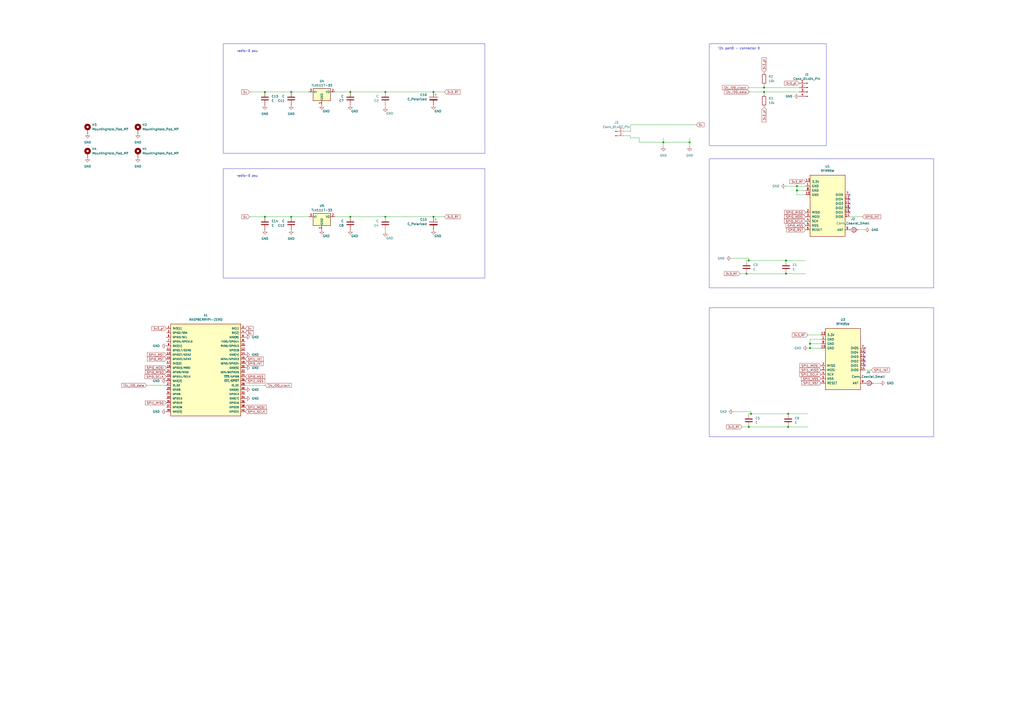
<source format=kicad_sch>
(kicad_sch (version 20250114) (generator "eeschema") (generator_version "9.0")
  (paper "A2")
  (lib_symbols
    (symbol "Connector:Conn_01x02_Pin" (pin_names (offset 1.016) (hide yes))
      (property "Reference" "J" (at 0 2.54 0))
      (property "Value" "Conn_01x02_Pin" (at 0 -5.08 0))
      (symbol "Conn_01x02_Pin_1_1"
        (rectangle (start 0.8636 0.127) (end 0 -0.127) (stroke (width 0.1524)) (fill (type outline)))
        (rectangle (start 0.8636 -2.413) (end 0 -2.667) (stroke (width 0.1524)) (fill (type outline)))
        (polyline (pts (xy 1.27 0) (xy 0.8636 0)) (stroke (width 0.1524)))
        (polyline (pts (xy 1.27 -2.54) (xy 0.8636 -2.54)) (stroke (width 0.1524)))
        (pin passive line (at 5.08 0 180) (length 3.81) (name "Pin_1") (number "1"))
        (pin passive line (at 5.08 -2.54 180) (length 3.81) (name "Pin_2") (number "2"))
      )
    )
    (symbol "Connector:Conn_01x04_Pin" (pin_names (offset 1.016) (hide yes))
      (property "Reference" "J" (at 0 5.08 0))
      (property "Value" "Conn_01x04_Pin" (at 0 -7.62 0))
      (symbol "Conn_01x04_Pin_1_1"
        (rectangle (start 0.8636 2.667) (end 0 2.413) (stroke (width 0.1524)) (fill (type outline)))
        (rectangle (start 0.8636 0.127) (end 0 -0.127) (stroke (width 0.1524)) (fill (type outline)))
        (rectangle (start 0.8636 -2.413) (end 0 -2.667) (stroke (width 0.1524)) (fill (type outline)))
        (rectangle (start 0.8636 -4.953) (end 0 -5.207) (stroke (width 0.1524)) (fill (type outline)))
        (polyline (pts (xy 1.27 2.54) (xy 0.8636 2.54)) (stroke (width 0.1524)))
        (polyline (pts (xy 1.27 0) (xy 0.8636 0)) (stroke (width 0.1524)))
        (polyline (pts (xy 1.27 -2.54) (xy 0.8636 -2.54)) (stroke (width 0.1524)))
        (polyline (pts (xy 1.27 -5.08) (xy 0.8636 -5.08)) (stroke (width 0.1524)))
        (pin passive line (at 5.08 2.54 180) (length 3.81) (name "Pin_1") (number "1"))
        (pin passive line (at 5.08 0 180) (length 3.81) (name "Pin_2") (number "2"))
        (pin passive line (at 5.08 -2.54 180) (length 3.81) (name "Pin_3") (number "3"))
        (pin passive line (at 5.08 -5.08 180) (length 3.81) (name "Pin_4") (number "4"))
      )
    )
    (symbol "Connector:Conn_Coaxial_Small" (pin_numbers (hide yes)) (pin_names (offset 1.016) (hide yes))
      (property "Reference" "J" (at 0.254 3.048 0))
      (property "Value" "Conn_Coaxial_Small" (at 0 -3.81 0))
      (symbol "Conn_Coaxial_Small_0_1"
        (polyline (pts (xy -2.54 0) (xy -0.508 0)))
        (circle (center 0 0) (radius 0.508) (stroke (width 0.2032)))
      )
      (symbol "Conn_Coaxial_Small_1_1"
        (arc (start 1.3484 0.0039) (mid 0.327 -1.308) (end -1.1916 -0.6311) (stroke (width 0.3048)))
        (arc (start -1.1916 0.6311) (mid 0.327 1.3081) (end 1.3484 -0.0039) (stroke (width 0.3048)))
        (pin passive line (at -2.54 0 0) (length 1.27) (name "In") (number "1"))
        (pin passive line (at 2.54 0 180) (length 1.27) (name "Ext") (number "2"))
      )
    )
    (symbol "Device:C" (pin_numbers (hide yes)) (pin_names (offset 0.254))
      (property "Reference" "C" (at 0.635 2.54 0))
      (property "Value" "C" (at 0.635 -2.54 0))
      (symbol "C_0_1"
        (polyline (pts (xy -2.032 0.762) (xy 2.032 0.762)) (stroke (width 0.508)))
        (polyline (pts (xy -2.032 -0.762) (xy 2.032 -0.762)) (stroke (width 0.508)))
      )
      (symbol "C_1_1"
        (pin passive line (at 0 3.81 270) (length 2.794) (name "~") (number "1"))
        (pin passive line (at 0 -3.81 90) (length 2.794) (name "~") (number "2"))
      )
    )
    (symbol "Device:C_Polarized" (pin_numbers (hide yes)) (pin_names (offset 0.254))
      (property "Reference" "C" (at 0.635 2.54 0))
      (property "Value" "C_Polarized" (at 0.635 -2.54 0))
      (symbol "C_Polarized_0_1"
        (rectangle (start -2.286 0.508) (end 2.286 1.016))
        (polyline (pts (xy -1.778 2.286) (xy -0.762 2.286)))
        (polyline (pts (xy -1.27 2.794) (xy -1.27 1.778)))
        (rectangle (start 2.286 -0.508) (end -2.286 -1.016) (fill (type outline)))
      )
      (symbol "C_Polarized_1_1"
        (pin passive line (at 0 3.81 270) (length 2.794) (name "~") (number "1"))
        (pin passive line (at 0 -3.81 90) (length 2.794) (name "~") (number "2"))
      )
    )
    (symbol "Device:R" (pin_numbers (hide yes)) (pin_names (offset 0))
      (property "Reference" "R" (at 2.032 0 90))
      (property "Value" "R" (at 0 0 90))
      (symbol "R_0_1"
        (rectangle (start -1.016 -2.54) (end 1.016 2.54) (stroke (width 0.254)))
      )
      (symbol "R_1_1"
        (pin passive line (at 0 3.81 270) (length 1.27) (name "~") (number "1"))
        (pin passive line (at 0 -3.81 90) (length 1.27) (name "~") (number "2"))
      )
    )
    (symbol "Mechanical:MountingHole_Pad_MP" (pin_numbers (hide yes)) (pin_names (offset 1.016) (hide yes)) (in_bom no)
      (property "Reference" "H" (at 0 6.35 0))
      (property "Value" "MountingHole_Pad_MP" (at 0 4.445 0))
      (symbol "MountingHole_Pad_MP_0_1"
        (circle (center 0 1.27) (radius 1.27) (stroke (width 1.27)))
      )
      (symbol "MountingHole_Pad_MP_1_1"
        (pin input line (at 0 -2.54 90) (length 2.54) (name "MP") (number "MP"))
      )
    )
    (symbol "RASPBERRYPI-ZERO:RASPBERRYPI-ZERO" (pin_names (offset 1.016))
      (property "Reference" "A" (at -20.34 26.6962 0))
      (property "Value" "RASPBERRYPI-ZERO" (at -20.3391 -30.5087 0))
      (symbol "RASPBERRYPI-ZERO_0_0"
        (rectangle (start -20.32 -27.94) (end 20.32 25.4) (stroke (width 0.254)) (fill (type background)))
        (pin power_in line (at -22.86 22.86 0) (length 2.54) (name "3V3[1]") (number "1"))
        (pin bidirectional line (at -22.86 20.32 0) (length 2.54) (name "GPIO2/SDA") (number "3"))
        (pin bidirectional line (at -22.86 17.78 0) (length 2.54) (name "GPIO3/SCL") (number "5"))
        (pin bidirectional line (at -22.86 15.24 0) (length 2.54) (name "GPIO4/GPCKL0") (number "7"))
        (pin power_in line (at -22.86 12.7 0) (length 2.54) (name "GND[1]") (number "9"))
        (pin bidirectional line (at -22.86 10.16 0) (length 2.54) (name "GPIO17/GEN0") (number "11"))
        (pin bidirectional line (at -22.86 7.62 0) (length 2.54) (name "GPIO27/GEN2") (number "13"))
        (pin bidirectional line (at -22.86 5.08 0) (length 2.54) (name "GPIO22/GEN3") (number "15"))
        (pin power_in line (at -22.86 2.54 0) (length 2.54) (name "3V3[2]") (number "17"))
        (pin bidirectional line (at -22.86 0 0) (length 2.54) (name "GPIO10/MOSI") (number "19"))
        (pin bidirectional line (at -22.86 -2.54 0) (length 2.54) (name "GPIO9/MISO") (number "21"))
        (pin bidirectional line (at -22.86 -5.08 0) (length 2.54) (name "GPIO11/SCLK") (number "23"))
        (pin power_in line (at -22.86 -7.62 0) (length 2.54) (name "GND[2]") (number "25"))
        (pin bidirectional line (at -22.86 -10.16 0) (length 2.54) (name "ID_SD") (number "27"))
        (pin bidirectional line (at -22.86 -12.7 0) (length 2.54) (name "GPIO5") (number "29"))
        (pin bidirectional line (at -22.86 -15.24 0) (length 2.54) (name "GPIO6") (number "31"))
        (pin bidirectional line (at -22.86 -17.78 0) (length 2.54) (name "GPIO13") (number "33"))
        (pin bidirectional line (at -22.86 -20.32 0) (length 2.54) (name "GPIO19") (number "35"))
        (pin bidirectional line (at -22.86 -22.86 0) (length 2.54) (name "GPIO26") (number "37"))
        (pin power_in line (at -22.86 -25.4 0) (length 2.54) (name "GND[3]") (number "39"))
        (pin power_in line (at 22.86 22.86 180) (length 2.54) (name "5V[1]") (number "2"))
        (pin power_in line (at 22.86 20.32 180) (length 2.54) (name "5V[2]") (number "4"))
        (pin power_in line (at 22.86 17.78 180) (length 2.54) (name "GND[8]") (number "6"))
        (pin bidirectional line (at 22.86 15.24 180) (length 2.54) (name "TXD0/GPIO14") (number "8"))
        (pin bidirectional line (at 22.86 12.7 180) (length 2.54) (name "RXD0/GPIO15") (number "10"))
        (pin bidirectional line (at 22.86 10.16 180) (length 2.54) (name "GPIO18") (number "12"))
        (pin power_in line (at 22.86 7.62 180) (length 2.54) (name "GND[4]") (number "14"))
        (pin bidirectional line (at 22.86 5.08 180) (length 2.54) (name "GEN4/GPIO23") (number "16"))
        (pin bidirectional line (at 22.86 2.54 180) (length 2.54) (name "GEN5/GPIO24") (number "18"))
        (pin power_in line (at 22.86 0 180) (length 2.54) (name "GND[5]") (number "20"))
        (pin bidirectional line (at 22.86 -2.54 180) (length 2.54) (name "GEN/6GPIO25") (number "22"))
        (pin bidirectional line (at 22.86 -5.08 180) (length 2.54) (name "~{CE0}/GPIO8") (number "24"))
        (pin bidirectional line (at 22.86 -7.62 180) (length 2.54) (name "~{CE1}/~{GPIO7}") (number "26"))
        (pin bidirectional line (at 22.86 -10.16 180) (length 2.54) (name "ID_SC") (number "28"))
        (pin power_in line (at 22.86 -12.7 180) (length 2.54) (name "GND[6]") (number "30"))
        (pin bidirectional line (at 22.86 -15.24 180) (length 2.54) (name "GPIO12") (number "32"))
        (pin power_in line (at 22.86 -17.78 180) (length 2.54) (name "GND[7]") (number "34"))
        (pin bidirectional line (at 22.86 -20.32 180) (length 2.54) (name "GPIO16") (number "36"))
        (pin bidirectional line (at 22.86 -22.86 180) (length 2.54) (name "GPIO20") (number "38"))
        (pin bidirectional line (at 22.86 -25.4 180) (length 2.54) (name "GPIO21") (number "40"))
      )
    )
    (symbol "Regulator_Linear:TLV1117-33" (pin_names (offset 0.254))
      (property "Reference" "U" (at -3.81 3.175 0))
      (property "Value" "TLV1117-33" (at 0 3.175 0))
      (symbol "TLV1117-33_0_1"
        (rectangle (start -5.08 -5.08) (end 5.08 1.905) (stroke (width 0.254)) (fill (type background)))
      )
      (symbol "TLV1117-33_1_1"
        (pin power_in line (at -7.62 0 0) (length 2.54) (name "VI") (number "3"))
        (pin power_in line (at 0 -7.62 90) (length 2.54) (name "GND") (number "1"))
        (pin power_out line (at 7.62 0 180) (length 2.54) (name "VO") (number "2"))
      )
    )
    (symbol "my_rfm95w_symbol:RFM95W" (pin_names (offset 1.016))
      (property "Reference" "U" (at -10.414 11.684 0))
      (property "Value" "RFM95W" (at -6.858 25.146 0))
      (symbol "RFM95W_1_1"
        (rectangle (start -10.16 22.86) (end 10.16 -12.7) (stroke (width 0.254)) (fill (type background)))
        (pin power_in line (at -12.7 19.05 0) (length 2.54) (name "3.3V") (number "13"))
        (pin power_in line (at -12.7 16.51 0) (length 2.54) (name "GND") (number "1"))
        (pin power_in line (at -12.7 13.97 0) (length 2.54) (name "GND") (number "8"))
        (pin power_in line (at -12.7 11.43 0) (length 2.54) (name "GND") (number "10"))
        (pin output line (at -12.7 1.27 0) (length 2.54) (name "MISO") (number "2"))
        (pin input line (at -12.7 -1.27 0) (length 2.54) (name "MOSI") (number "3"))
        (pin input line (at -12.7 -3.81 0) (length 2.54) (name "SCK") (number "4"))
        (pin input line (at -12.7 -6.35 0) (length 2.54) (name "NSS") (number "5"))
        (pin bidirectional line (at -12.7 -8.89 0) (length 2.54) (name "RESET") (number "6"))
        (pin bidirectional line (at 12.7 11.43 180) (length 2.54) (name "DIO5") (number "7"))
        (pin bidirectional line (at 12.7 8.89 180) (length 2.54) (name "DIO4") (number "12"))
        (pin bidirectional line (at 12.7 6.35 180) (length 2.54) (name "DIO3") (number "11"))
        (pin bidirectional line (at 12.7 3.81 180) (length 2.54) (name "DIO2") (number "16"))
        (pin bidirectional line (at 12.7 1.27 180) (length 2.54) (name "DIO1") (number "15"))
        (pin bidirectional line (at 12.7 -1.27 180) (length 2.54) (name "DIO0") (number "14"))
        (pin bidirectional line (at 12.7 -8.89 180) (length 2.54) (name "ANT") (number "9"))
      )
    )
    (symbol "power:GND" (power) (pin_numbers (hide yes)) (pin_names (offset 0) (hide yes))
      (property "Value" "GND" (at 0 -3.81 0))
      (symbol "GND_0_1"
        (polyline (pts (xy 0 0) (xy 0 -1.27) (xy 1.27 -1.27) (xy 0 -2.54) (xy -1.27 -1.27) (xy 0 -1.27)))
      )
      (symbol "GND_1_1"
        (pin power_in line (at 0 0 270) (length 0) (name "~") (number "1"))
      )
    )
  )
  (rectangle (start 411.48 92.075) (end 541.655 167.005))
  (rectangle (start 129.54 25.4) (end 281.305 88.9))
  (rectangle (start 411.48 25.4) (end 479.425 84.455))
  (rectangle (start 129.54 97.79) (end 281.305 161.29))
  (rectangle (start 411.48 178.435) (end 541.655 253.365))
  (text "radio-0 psu" (at 143.51 102.108 0) (effects (font (size 1.27 1.27))))
  (text "radio-0 psu" (at 143.51 29.718 0) (effects (font (size 1.27 1.27))))
  (text "i2c port0 - connector 0" (at 428.752 28.194 0) (effects (font (size 1.27 1.27))))
  (junction (at 251.46 125.73))
  (junction (at 153.67 125.73))
  (junction (at 153.67 53.34))
  (junction (at 400.05 82.55))
  (junction (at 223.52 125.73))
  (junction (at 462.28 110.49))
  (junction (at 469.9 201.93))
  (junction (at 455.93 151.13))
  (junction (at 443.23 53.34))
  (junction (at 434.34 247.65))
  (junction (at 435.61 240.03))
  (junction (at 168.91 53.34))
  (junction (at 469.9 199.39))
  (junction (at 251.46 53.34))
  (junction (at 203.2 53.34))
  (junction (at 457.2 247.65))
  (junction (at 203.2 125.73))
  (junction (at 384.81 82.55))
  (junction (at 168.91 125.73))
  (junction (at 434.34 151.13))
  (junction (at 433.07 158.75))
  (junction (at 223.52 53.34))
  (junction (at 462.28 107.95))
  (junction (at 443.23 50.8))
  (junction (at 457.2 240.03))
  (junction (at 455.93 158.75))
  (no_connect (at 501.65 204.47))
  (no_connect (at 492.76 113.03))
  (no_connect (at 492.76 118.11))
  (no_connect (at 501.65 207.01))
  (no_connect (at 501.65 209.55))
  (no_connect (at 492.76 123.19))
  (no_connect (at 492.76 115.57))
  (no_connect (at 501.65 201.93))
  (no_connect (at 492.76 120.65))
  (no_connect (at 501.65 212.09))
  (wire (pts (xy 203.2 53.34) (xy 223.52 53.34)))
  (wire (pts (xy 469.9 196.85) (xy 469.9 199.39)))
  (wire (pts (xy 223.52 125.73) (xy 251.46 125.73)))
  (wire (pts (xy 251.46 125.73) (xy 257.81 125.73)))
  (wire (pts (xy 400.05 82.55) (xy 400.05 85.09)))
  (wire (pts (xy 424.18 149.86) (xy 434.34 149.86)))
  (wire (pts (xy 455.93 151.13) (xy 467.36 151.13)))
  (wire (pts (xy 462.28 110.49) (xy 467.36 110.49)))
  (wire (pts (xy 400.05 82.55) (xy 400.05 80.01)))
  (wire (pts (xy 457.2 247.65) (xy 468.63 247.65)))
  (wire (pts (xy 434.34 50.8) (xy 443.23 50.8)))
  (wire (pts (xy 462.28 107.95) (xy 462.28 110.49)))
  (wire (pts (xy 168.91 53.34) (xy 179.07 53.34)))
  (wire (pts (xy 384.81 82.55) (xy 400.05 82.55)))
  (wire (pts (xy 194.31 125.73) (xy 203.2 125.73)))
  (wire (pts (xy 455.93 158.75) (xy 467.36 158.75)))
  (wire (pts (xy 435.61 238.76) (xy 435.61 240.03)))
  (wire (pts (xy 144.78 125.73) (xy 153.67 125.73)))
  (wire (pts (xy 443.23 50.8) (xy 443.23 49.53)))
  (wire (pts (xy 365.76 76.2) (xy 361.95 76.2)))
  (wire (pts (xy 194.31 53.34) (xy 203.2 53.34)))
  (wire (pts (xy 510.54 222.25) (xy 506.73 222.25)))
  (wire (pts (xy 433.07 151.13) (xy 434.34 151.13)))
  (wire (pts (xy 469.9 199.39) (xy 469.9 201.93)))
  (wire (pts (xy 251.46 53.34) (xy 257.81 53.34)))
  (wire (pts (xy 153.67 53.34) (xy 168.91 53.34)))
  (wire (pts (xy 500.38 125.73) (xy 492.76 125.73)))
  (wire (pts (xy 365.76 80.01) (xy 370.84 80.01)))
  (wire (pts (xy 85.09 223.52) (xy 96.52 223.52)))
  (wire (pts (xy 476.25 199.39) (xy 469.9 199.39)))
  (wire (pts (xy 223.52 53.34) (xy 251.46 53.34)))
  (wire (pts (xy 223.52 134.62) (xy 223.52 133.35)))
  (wire (pts (xy 462.28 113.03) (xy 462.28 110.49)))
  (wire (pts (xy 434.34 53.34) (xy 443.23 53.34)))
  (wire (pts (xy 142.24 223.52) (xy 153.67 223.52)))
  (wire (pts (xy 365.76 78.74) (xy 361.95 78.74)))
  (wire (pts (xy 468.63 201.93) (xy 469.9 201.93)))
  (wire (pts (xy 476.25 196.85) (xy 469.9 196.85)))
  (wire (pts (xy 443.23 53.34) (xy 443.23 54.61)))
  (wire (pts (xy 455.93 107.95) (xy 462.28 107.95)))
  (wire (pts (xy 434.34 149.86) (xy 434.34 151.13)))
  (wire (pts (xy 457.2 240.03) (xy 468.63 240.03)))
  (wire (pts (xy 425.45 238.76) (xy 435.61 238.76)))
  (wire (pts (xy 469.9 201.93) (xy 476.25 201.93)))
  (wire (pts (xy 370.84 80.01) (xy 370.84 82.55)))
  (wire (pts (xy 501.65 133.35) (xy 497.84 133.35)))
  (wire (pts (xy 505.46 214.63) (xy 501.65 214.63)))
  (wire (pts (xy 223.52 62.23) (xy 223.52 60.96)))
  (wire (pts (xy 435.61 240.03) (xy 457.2 240.03)))
  (wire (pts (xy 433.07 158.75) (xy 455.93 158.75)))
  (wire (pts (xy 467.36 113.03) (xy 462.28 113.03)))
  (wire (pts (xy 443.23 50.8) (xy 463.55 50.8)))
  (wire (pts (xy 365.76 72.39) (xy 403.86 72.39)))
  (wire (pts (xy 370.84 82.55) (xy 384.81 82.55)))
  (wire (pts (xy 384.81 80.01) (xy 384.81 82.55)))
  (wire (pts (xy 365.76 80.01) (xy 365.76 78.74)))
  (wire (pts (xy 434.34 247.65) (xy 457.2 247.65)))
  (wire (pts (xy 144.78 53.34) (xy 153.67 53.34)))
  (wire (pts (xy 467.36 107.95) (xy 462.28 107.95)))
  (wire (pts (xy 168.91 125.73) (xy 179.07 125.73)))
  (wire (pts (xy 468.63 194.31) (xy 476.25 194.31)))
  (wire (pts (xy 365.76 72.39) (xy 365.76 76.2)))
  (wire (pts (xy 153.67 125.73) (xy 168.91 125.73)))
  (wire (pts (xy 434.34 151.13) (xy 455.93 151.13)))
  (wire (pts (xy 434.34 240.03) (xy 435.61 240.03)))
  (wire (pts (xy 443.23 53.34) (xy 463.55 53.34)))
  (wire (pts (xy 429.26 158.75) (xy 433.07 158.75)))
  (wire (pts (xy 384.81 82.55) (xy 384.81 85.09)))
  (wire (pts (xy 430.53 247.65) (xy 434.34 247.65)))
  (wire (pts (xy 203.2 125.73) (xy 223.52 125.73)))
  (global_label "SPI1_RST" (shape input) (at 476.25 222.25 180) (property "Intersheetrefs" "${INTERSHEET_REFS}" (effects (hide yes))))
  (global_label "3v3_RF" (shape input) (at 257.81 53.34 0) (property "Intersheetrefs" "${INTERSHEET_REFS}" (effects (hide yes))))
  (global_label "SPI0_INT" (shape input) (at 500.38 125.73 0) (property "Intersheetrefs" "${INTERSHEET_REFS}" (effects (hide yes))))
  (global_label "SPI0_MISO" (shape input) (at 467.36 123.19 180) (property "Intersheetrefs" "${INTERSHEET_REFS}" (effects (hide yes))))
  (global_label "SPI1_INT" (shape input) (at 142.24 208.28 0) (property "Intersheetrefs" "${INTERSHEET_REFS}" (effects (hide yes))))
  (global_label "SPI0_MOSI" (shape input) (at 467.36 125.73 180) (property "Intersheetrefs" "${INTERSHEET_REFS}" (effects (hide yes))))
  (global_label "3v3_pi" (shape input) (at 463.55 48.26 180) (property "Intersheetrefs" "${INTERSHEET_REFS}" (effects (hide yes))))
  (global_label "SPI1_MOSI" (shape input) (at 476.25 212.09 180) (property "Intersheetrefs" "${INTERSHEET_REFS}" (effects (hide yes))))
  (global_label "SPI1_MISO" (shape input) (at 476.25 214.63 180) (property "Intersheetrefs" "${INTERSHEET_REFS}" (effects (hide yes))))
  (global_label "5v" (shape input) (at 142.24 193.04 0) (property "Intersheetrefs" "${INTERSHEET_REFS}" (effects (hide yes))))
  (global_label "3v3_pi" (shape input) (at 443.23 41.91 90) (property "Intersheetrefs" "${INTERSHEET_REFS}" (effects (hide yes))))
  (global_label "3v3_RF" (shape input) (at 429.26 158.75 180) (property "Intersheetrefs" "${INTERSHEET_REFS}" (effects (hide yes))))
  (global_label "SPI0_SCLK" (shape input) (at 96.52 218.44 180) (property "Intersheetrefs" "${INTERSHEET_REFS}" (effects (hide yes))))
  (global_label "3v3_RF" (shape input) (at 468.63 194.31 180) (property "Intersheetrefs" "${INTERSHEET_REFS}" (effects (hide yes))))
  (global_label "5v" (shape input) (at 403.86 72.39 0) (property "Intersheetrefs" "${INTERSHEET_REFS}" (effects (hide yes))))
  (global_label "3v3_pi" (shape input) (at 443.23 62.23 270) (property "Intersheetrefs" "${INTERSHEET_REFS}" (effects (hide yes))))
  (global_label "SPI0_RST" (shape input) (at 467.36 133.35 180) (property "Intersheetrefs" "${INTERSHEET_REFS}" (effects (hide yes))))
  (global_label "SPI0_NSS" (shape input) (at 467.36 130.81 180) (property "Intersheetrefs" "${INTERSHEET_REFS}" (effects (hide yes))))
  (global_label "SPI0_NSS" (shape input) (at 142.24 218.44 0) (property "Intersheetrefs" "${INTERSHEET_REFS}" (effects (hide yes))))
  (global_label "SPI1_NSS" (shape input) (at 142.24 220.98 0) (property "Intersheetrefs" "${INTERSHEET_REFS}" (effects (hide yes))))
  (global_label "5v" (shape input) (at 142.24 190.5 0) (property "Intersheetrefs" "${INTERSHEET_REFS}" (effects (hide yes))))
  (global_label "3v3_RF" (shape input) (at 430.53 247.65 180) (property "Intersheetrefs" "${INTERSHEET_REFS}" (effects (hide yes))))
  (global_label "SPI0_MISO" (shape input) (at 96.52 215.9 180) (property "Intersheetrefs" "${INTERSHEET_REFS}" (effects (hide yes))))
  (global_label "SPI0_INT" (shape input) (at 142.24 210.82 0) (property "Intersheetrefs" "${INTERSHEET_REFS}" (effects (hide yes))))
  (global_label "SPI1_MOSI" (shape input) (at 142.24 236.22 0) (property "Intersheetrefs" "${INTERSHEET_REFS}" (effects (hide yes))))
  (global_label "5v" (shape input) (at 144.78 53.34 180) (property "Intersheetrefs" "${INTERSHEET_REFS}" (effects (hide yes))))
  (global_label "SPI1_INT" (shape input) (at 505.46 214.63 0) (property "Intersheetrefs" "${INTERSHEET_REFS}" (effects (hide yes))))
  (global_label "SPI0_RST" (shape input) (at 96.52 208.28 180) (property "Intersheetrefs" "${INTERSHEET_REFS}" (effects (hide yes))))
  (global_label "3v3_RF" (shape input) (at 467.36 105.41 180) (property "Intersheetrefs" "${INTERSHEET_REFS}" (effects (hide yes))))
  (global_label "SPI1_RST" (shape input) (at 96.52 205.74 180) (property "Intersheetrefs" "${INTERSHEET_REFS}" (effects (hide yes))))
  (global_label "SPI1_NSS" (shape input) (at 476.25 219.71 180) (property "Intersheetrefs" "${INTERSHEET_REFS}" (effects (hide yes))))
  (global_label "i2c_ID0_data" (shape input) (at 85.09 223.52 180) (property "Intersheetrefs" "${INTERSHEET_REFS}" (effects (hide yes))))
  (global_label "i2c_ID0_data" (shape input) (at 434.635 53.34 180) (property "Intersheetrefs" "${INTERSHEET_REFS}" (effects (hide yes))))
  (global_label "i2c_ID0_clock" (shape input) (at 434.34 50.8 180) (property "Intersheetrefs" "${INTERSHEET_REFS}" (effects (hide yes))))
  (global_label "SPI0_SCLK" (shape input) (at 467.36 128.27 180) (property "Intersheetrefs" "${INTERSHEET_REFS}" (effects (hide yes))))
  (global_label "SPI0_MOSI" (shape input) (at 96.52 213.36 180) (property "Intersheetrefs" "${INTERSHEET_REFS}" (effects (hide yes))))
  (global_label "i2c_ID0_clock" (shape input) (at 153.67 223.52 0) (property "Intersheetrefs" "${INTERSHEET_REFS}" (effects (hide yes))))
  (global_label "SPI1_MISO" (shape input) (at 96.52 233.68 180) (property "Intersheetrefs" "${INTERSHEET_REFS}" (effects (hide yes))))
  (global_label "SPI1_SCLK" (shape input) (at 142.24 238.76 0) (property "Intersheetrefs" "${INTERSHEET_REFS}" (effects (hide yes))))
  (global_label "5v" (shape input) (at 144.78 125.73 180) (property "Intersheetrefs" "${INTERSHEET_REFS}" (effects (hide yes))))
  (global_label "SPI1_SCLK" (shape input) (at 476.25 217.17 180) (property "Intersheetrefs" "${INTERSHEET_REFS}" (effects (hide yes))))
  (global_label "3v3_RF" (shape input) (at 257.81 125.73 0) (property "Intersheetrefs" "${INTERSHEET_REFS}" (effects (hide yes))))
  (global_label "3v3_pi" (shape input) (at 96.52 190.5 180) (property "Intersheetrefs" "${INTERSHEET_REFS}" (effects (hide yes))))
  (symbol (lib_id "Connector:Conn_Coaxial_Small") (at 504.19 222.25 0) (unit 1)
    (property "Reference" "J4" (at 503.6704 215.9 0))
    (property "Value" "Conn_Coaxial_Small" (at 503.6704 218.44 0))
    (property "Footprint" "Connector_Coaxial:SMA_Amphenol_132289_EdgeMount" (effects (hide yes)))
    (property "Description" "small coaxial connector (BNC, SMA, SMB, SMC, Cinch/RCA, LEMO, ...)" (effects (hide yes)))
  )
  (symbol (lib_id "Device:C_Polarized") (at 251.46 129.54 0) (mirror y) (unit 1)
    (property "Reference" "C15" (at 247.65 127.3809 0) (effects (justify left)))
    (property "Value" "C_Polarized" (at 247.65 129.9209 0) (effects (justify left)))
    (property "Footprint" "Capacitor_Tantalum_SMD:CP_EIA-7343-43_Kemet-X" (effects (hide yes)))
    (property "Description" "Polarized capacitor" (effects (hide yes)))
  )
  (symbol (lib_id "power:GND") (at 186.69 60.96 0) (unit 1)
    (property "Reference" "#PWR011" (effects (hide yes)))
    (property "Value" "GND" (at 189.23 64.516 0))
    (property "Description" "Power symbol creates a global label with name \"GND\" , ground" (effects (hide yes)))
  )
  (symbol (lib_id "Device:C") (at 168.91 57.15 180) (unit 1)
    (property "Reference" "C11" (at 165.1 58.4201 0) (effects (justify left)))
    (property "Value" "C" (at 165.1 55.8801 0) (effects (justify left)))
    (property "Footprint" "Capacitor_SMD:C_1206_3216Metric" (effects (hide yes)))
    (property "Description" "Unpolarized capacitor" (effects (hide yes)))
  )
  (symbol (lib_id "power:GND") (at 251.46 133.35 0) (unit 1)
    (property "Reference" "#PWR033" (effects (hide yes)))
    (property "Value" "GND" (at 254 136.906 0))
    (property "Description" "Power symbol creates a global label with name \"GND\" , ground" (effects (hide yes)))
  )
  (symbol (lib_id "power:GND") (at 463.55 55.88 270) (unit 1)
    (property "Reference" "#PWR016" (effects (hide yes)))
    (property "Value" "GND" (at 459.74 55.8799 90) (effects (justify right)))
    (property "Description" "Power symbol creates a global label with name \"GND\" , ground" (effects (hide yes)))
  )
  (symbol (lib_id "power:GND") (at 142.24 231.14 90) (unit 1)
    (property "Reference" "#PWR010" (effects (hide yes)))
    (property "Value" "GND" (at 146.05 231.1399 90) (effects (justify right)))
    (property "Description" "Power symbol creates a global label with name \"GND\" , ground" (effects (hide yes)))
  )
  (symbol (lib_id "power:GND") (at 384.81 85.09 0) (unit 1)
    (property "Reference" "#PWR019" (effects (hide yes)))
    (property "Value" "GND" (at 384.81 90.17 0))
    (property "Description" "Power symbol creates a global label with name \"GND\" , ground" (effects (hide yes)))
  )
  (symbol (lib_id "power:GND") (at 203.2 60.96 0) (unit 1)
    (property "Reference" "#PWR015" (effects (hide yes)))
    (property "Value" "GND" (at 205.74 64.516 0))
    (property "Description" "Power symbol creates a global label with name \"GND\" , ground" (effects (hide yes)))
  )
  (symbol (lib_id "Device:R") (at 443.23 45.72 0) (unit 1)
    (property "Reference" "R2" (at 445.77 44.4499 0) (effects (justify left)))
    (property "Value" "10k" (at 445.77 46.9899 0) (effects (justify left)))
    (property "Footprint" "Resistor_SMD:R_0603_1608Metric" (effects (hide yes)))
    (property "Description" "Resistor" (effects (hide yes)))
  )
  (symbol (lib_id "RASPBERRYPI-ZERO:RASPBERRYPI-ZERO") (at 119.38 213.36 0) (unit 1)
    (property "Reference" "A1" (at 119.38 182.88 0))
    (property "Value" "RASPBERRYPI-ZERO" (at 119.38 185.42 0))
    (property "Footprint" "mypifootprint:Raspberry_Pi_Zero_Socketed_THT_FaceDown_MountingHoles" (effects (hide yes)))
    (property "MF" "Raspberry Pi" (effects (hide yes)))
    (property "Description_1" "Official Raspberry Pi Zero Case" (effects (hide yes)))
    (property "Package" "None" (effects (hide yes)))
    (property "Price" "None" (effects (hide yes)))
    (property "Check_prices" "https://www.snapeda.com/parts/RASPBERRYPI-ZERO/Raspberry+Pi/view-part/?ref=eda" (effects (hide yes)))
    (property "STANDARD" "MAnufactutrer Recommendations" (effects (hide yes)))
    (property "SnapEDA_Link" "https://www.snapeda.com/parts/RASPBERRYPI-ZERO/Raspberry+Pi/view-part/?ref=snap" (effects (hide yes)))
    (property "MP" "RASPBERRYPI-ZERO" (effects (hide yes)))
    (property "Availability" "Not in stock" (effects (hide yes)))
    (property "MANUFACTURER" "Raspberry" (effects (hide yes)))
  )
  (symbol (lib_id "Device:C") (at 223.52 57.15 180) (unit 1)
    (property "Reference" "C2" (at 219.71 58.4201 0) (effects (justify left)))
    (property "Value" "C" (at 219.71 55.8801 0) (effects (justify left)))
    (property "Footprint" "Capacitor_SMD:C_1206_3216Metric" (effects (hide yes)))
    (property "Description" "Unpolarized capacitor" (effects (hide yes)))
  )
  (symbol (lib_id "Mechanical:MountingHole_Pad_MP") (at 80.01 74.93 0) (unit 1) (in_bom no)
    (property "Reference" "H2" (at 82.55 72.3899 0) (effects (justify left)))
    (property "Value" "MountingHole_Pad_MP" (at 82.55 74.9299 0) (effects (justify left)))
    (property "Footprint" "MountingHole:MountingHole_2.5mm_Pad" (effects (hide yes)))
    (property "Description" "Mounting Hole with connection as pad named MP" (effects (hide yes)))
  )
  (symbol (lib_id "my_rfm95w_symbol:RFM95W") (at 480.06 124.46 0) (unit 1)
    (property "Reference" "U1" (at 480.06 96.52 0))
    (property "Value" "RFM95W" (at 480.06 99.06 0))
    (property "Footprint" "my_hoperf_footprint:my_RFM95W" (effects (hide yes)))
    (property "Datasheet" "https://www.hoperf.com/data/upload/portal/20181127/5bfcbea20e9ef.pdf" (effects (hide yes)))
    (property "Description" "RFM95W module" (effects (hide yes)))
  )
  (symbol (lib_id "power:GND") (at 501.65 133.35 90) (unit 1)
    (property "Reference" "#PWR037" (effects (hide yes)))
    (property "Value" "GND" (at 505.46 133.3499 90) (effects (justify right)))
    (property "Description" "Power symbol creates a global label with name \"GND\" , ground" (effects (hide yes)))
  )
  (symbol (lib_id "Device:C") (at 153.67 57.15 0) (unit 1)
    (property "Reference" "C13" (at 157.48 55.8799 0) (effects (justify left)))
    (property "Value" "C" (at 157.48 58.4199 0) (effects (justify left)))
    (property "Footprint" "Capacitor_SMD:C_1206_3216Metric" (effects (hide yes)))
    (property "Description" "Unpolarized capacitor" (effects (hide yes)))
  )
  (symbol (lib_id "power:GND") (at 153.67 60.96 0) (unit 1)
    (property "Reference" "#PWR021" (effects (hide yes)))
    (property "Value" "GND" (at 153.67 66.04 0))
    (property "Description" "Power symbol creates a global label with name \"GND\" , ground" (effects (hide yes)))
  )
  (symbol (lib_id "power:GND") (at 153.67 133.35 0) (unit 1)
    (property "Reference" "#PWR024" (effects (hide yes)))
    (property "Value" "GND" (at 153.67 138.43 0))
    (property "Description" "Power symbol creates a global label with name \"GND\" , ground" (effects (hide yes)))
  )
  (symbol (lib_id "Connector:Conn_Coaxial_Small") (at 495.3 133.35 0) (unit 1)
    (property "Reference" "J2" (at 494.7804 127 0))
    (property "Value" "Conn_Coaxial_Small" (at 494.7804 129.54 0))
    (property "Footprint" "Connector_Coaxial:SMA_Amphenol_132289_EdgeMount" (effects (hide yes)))
    (property "Description" "small coaxial connector (BNC, SMA, SMB, SMC, Cinch/RCA, LEMO, ...)" (effects (hide yes)))
  )
  (symbol (lib_id "Device:C") (at 203.2 57.15 180) (unit 1)
    (property "Reference" "C7" (at 199.39 58.4201 0) (effects (justify left)))
    (property "Value" "C" (at 199.39 55.8801 0) (effects (justify left)))
    (property "Footprint" "Capacitor_SMD:C_1206_3216Metric" (effects (hide yes)))
    (property "Description" "Unpolarized capacitor" (effects (hide yes)))
  )
  (symbol (lib_id "Device:C") (at 457.2 243.84 0) (unit 1)
    (property "Reference" "C6" (at 461.01 242.5699 0) (effects (justify left)))
    (property "Value" "C" (at 461.01 245.1099 0) (effects (justify left)))
    (property "Footprint" "Capacitor_SMD:C_1206_3216Metric" (effects (hide yes)))
    (property "Description" "Unpolarized capacitor" (effects (hide yes)))
  )
  (symbol (lib_id "Device:C") (at 153.67 129.54 0) (unit 1)
    (property "Reference" "C14" (at 157.48 128.2699 0) (effects (justify left)))
    (property "Value" "C" (at 157.48 130.8099 0) (effects (justify left)))
    (property "Footprint" "Capacitor_SMD:C_1206_3216Metric" (effects (hide yes)))
    (property "Description" "Unpolarized capacitor" (effects (hide yes)))
  )
  (symbol (lib_id "power:GND") (at 96.52 220.98 270) (unit 1)
    (property "Reference" "#PWR04" (effects (hide yes)))
    (property "Value" "GND" (at 92.71 220.9799 90) (effects (justify right)))
    (property "Description" "Power symbol creates a global label with name \"GND\" , ground" (effects (hide yes)))
  )
  (symbol (lib_id "power:GND") (at 400.05 85.09 0) (unit 1)
    (property "Reference" "#PWR020" (effects (hide yes)))
    (property "Value" "GND" (at 400.05 90.17 0))
    (property "Description" "Power symbol creates a global label with name \"GND\" , ground" (effects (hide yes)))
  )
  (symbol (lib_id "power:GND") (at 50.8 77.47 0) (unit 1)
    (property "Reference" "#PWR023" (effects (hide yes)))
    (property "Value" "GND" (at 50.8 82.55 0))
    (property "Description" "Power symbol creates a global label with name \"GND\" , ground" (effects (hide yes)))
  )
  (symbol (lib_id "power:GND") (at 186.69 133.35 0) (unit 1)
    (property "Reference" "#PWR018" (effects (hide yes)))
    (property "Value" "GND" (at 189.23 136.906 0))
    (property "Description" "Power symbol creates a global label with name \"GND\" , ground" (effects (hide yes)))
  )
  (symbol (lib_id "my_rfm95w_symbol:RFM95W") (at 488.95 213.36 0) (unit 1)
    (property "Reference" "U3" (at 488.95 185.42 0))
    (property "Value" "RFM95W" (at 488.95 187.96 0))
    (property "Footprint" "my_hoperf_footprint:my_RFM95W" (effects (hide yes)))
    (property "Datasheet" "https://www.hoperf.com/data/upload/portal/20181127/5bfcbea20e9ef.pdf" (effects (hide yes)))
    (property "Description" "RFM95W module" (effects (hide yes)))
  )
  (symbol (lib_id "Device:C") (at 433.07 154.94 0) (unit 1)
    (property "Reference" "C3" (at 436.88 153.6699 0) (effects (justify left)))
    (property "Value" "C" (at 436.88 156.2099 0) (effects (justify left)))
    (property "Footprint" "Capacitor_SMD:C_1206_3216Metric" (effects (hide yes)))
    (property "Description" "Unpolarized capacitor" (effects (hide yes)))
  )
  (symbol (lib_id "power:GND") (at 142.24 226.06 90) (unit 1)
    (property "Reference" "#PWR09" (effects (hide yes)))
    (property "Value" "GND" (at 146.05 226.0599 90) (effects (justify right)))
    (property "Description" "Power symbol creates a global label with name \"GND\" , ground" (effects (hide yes)))
  )
  (symbol (lib_id "Device:C") (at 434.34 243.84 0) (unit 1)
    (property "Reference" "C5" (at 438.15 242.5699 0) (effects (justify left)))
    (property "Value" "C" (at 438.15 245.1099 0) (effects (justify left)))
    (property "Footprint" "Capacitor_SMD:C_1206_3216Metric" (effects (hide yes)))
    (property "Description" "Unpolarized capacitor" (effects (hide yes)))
  )
  (symbol (lib_id "power:GND") (at 223.52 62.23 0) (unit 1)
    (property "Reference" "#PWR029" (effects (hide yes)))
    (property "Value" "GND" (at 226.06 65.786 0))
    (property "Description" "Power symbol creates a global label with name \"GND\" , ground" (effects (hide yes)))
  )
  (symbol (lib_id "power:GND") (at 424.18 149.86 270) (unit 1)
    (property "Reference" "#PWR017" (effects (hide yes)))
    (property "Value" "GND" (at 420.37 149.8599 90) (effects (justify right)))
    (property "Description" "Power symbol creates a global label with name \"GND\" , ground" (effects (hide yes)))
  )
  (symbol (lib_id "Mechanical:MountingHole_Pad_MP") (at 50.8 74.93 0) (unit 1) (in_bom no)
    (property "Reference" "H3" (at 53.34 72.3899 0) (effects (justify left)))
    (property "Value" "MountingHole_Pad_MP" (at 53.34 74.9299 0) (effects (justify left)))
    (property "Footprint" "MountingHole:MountingHole_2.5mm_Pad" (effects (hide yes)))
    (property "Description" "Mounting Hole with connection as pad named MP" (effects (hide yes)))
  )
  (symbol (lib_id "Device:C_Polarized") (at 251.46 57.15 0) (mirror y) (unit 1)
    (property "Reference" "C10" (at 247.65 54.9909 0) (effects (justify left)))
    (property "Value" "C_Polarized" (at 247.65 57.5309 0) (effects (justify left)))
    (property "Footprint" "Capacitor_Tantalum_SMD:CP_EIA-7343-43_Kemet-X" (effects (hide yes)))
    (property "Description" "Polarized capacitor" (effects (hide yes)))
  )
  (symbol (lib_id "power:GND") (at 142.24 195.58 90) (unit 1)
    (property "Reference" "#PWR07" (effects (hide yes)))
    (property "Value" "GND" (at 146.05 195.5799 90) (effects (justify right)))
    (property "Description" "Power symbol creates a global label with name \"GND\" , ground" (effects (hide yes)))
  )
  (symbol (lib_id "power:GND") (at 468.63 201.93 270) (unit 1)
    (property "Reference" "#PWR035" (effects (hide yes)))
    (property "Value" "GND" (at 464.82 201.9299 90) (effects (justify right)))
    (property "Description" "Power symbol creates a global label with name \"GND\" , ground" (effects (hide yes)))
  )
  (symbol (lib_id "power:GND") (at 142.24 205.74 90) (unit 1)
    (property "Reference" "#PWR06" (effects (hide yes)))
    (property "Value" "GND" (at 146.05 205.7399 90) (effects (justify right)))
    (property "Description" "Power symbol creates a global label with name \"GND\" , ground" (effects (hide yes)))
  )
  (symbol (lib_id "power:GND") (at 455.93 107.95 270) (unit 1)
    (property "Reference" "#PWR034" (effects (hide yes)))
    (property "Value" "GND" (at 452.12 107.9499 90) (effects (justify right)))
    (property "Description" "Power symbol creates a global label with name \"GND\" , ground" (effects (hide yes)))
  )
  (symbol (lib_id "Device:C") (at 223.52 129.54 180) (unit 1)
    (property "Reference" "C4" (at 219.71 130.8101 0) (effects (justify left)))
    (property "Value" "C" (at 219.71 128.2701 0) (effects (justify left)))
    (property "Footprint" "Capacitor_SMD:C_1206_3216Metric" (effects (hide yes)))
    (property "Description" "Unpolarized capacitor" (effects (hide yes)))
  )
  (symbol (lib_id "Device:C") (at 455.93 154.94 0) (unit 1)
    (property "Reference" "C1" (at 459.74 153.6699 0) (effects (justify left)))
    (property "Value" "C" (at 459.74 156.2099 0) (effects (justify left)))
    (property "Footprint" "Capacitor_SMD:C_1206_3216Metric" (effects (hide yes)))
    (property "Description" "Unpolarized capacitor" (effects (hide yes)))
  )
  (symbol (lib_id "power:GND") (at 251.46 60.96 0) (unit 1)
    (property "Reference" "#PWR014" (effects (hide yes)))
    (property "Value" "GND" (at 254 64.516 0))
    (property "Description" "Power symbol creates a global label with name \"GND\" , ground" (effects (hide yes)))
  )
  (symbol (lib_id "Mechanical:MountingHole_Pad_MP") (at 50.8 88.9 0) (unit 1) (in_bom no)
    (property "Reference" "H4" (at 53.34 86.3599 0) (effects (justify left)))
    (property "Value" "MountingHole_Pad_MP" (at 53.34 88.8999 0) (effects (justify left)))
    (property "Footprint" "MountingHole:MountingHole_2.5mm_Pad" (effects (hide yes)))
    (property "Description" "Mounting Hole with connection as pad named MP" (effects (hide yes)))
  )
  (symbol (lib_id "power:GND") (at 80.01 77.47 0) (unit 1)
    (property "Reference" "#PWR025" (effects (hide yes)))
    (property "Value" "GND" (at 80.01 82.55 0))
    (property "Description" "Power symbol creates a global label with name \"GND\" , ground" (effects (hide yes)))
  )
  (symbol (lib_id "power:GND") (at 50.8 91.44 0) (unit 1)
    (property "Reference" "#PWR027" (effects (hide yes)))
    (property "Value" "GND" (at 50.8 96.52 0))
    (property "Description" "Power symbol creates a global label with name \"GND\" , ground" (effects (hide yes)))
  )
  (symbol (lib_id "power:GND") (at 142.24 213.36 90) (unit 1)
    (property "Reference" "#PWR08" (effects (hide yes)))
    (property "Value" "GND" (at 146.05 213.3599 90) (effects (justify right)))
    (property "Description" "Power symbol creates a global label with name \"GND\" , ground" (effects (hide yes)))
  )
  (symbol (lib_id "power:GND") (at 223.52 134.62 0) (unit 1)
    (property "Reference" "#PWR032" (effects (hide yes)))
    (property "Value" "GND" (at 226.06 138.176 0))
    (property "Description" "Power symbol creates a global label with name \"GND\" , ground" (effects (hide yes)))
  )
  (symbol (lib_id "power:GND") (at 96.52 238.76 270) (unit 1)
    (property "Reference" "#PWR05" (effects (hide yes)))
    (property "Value" "GND" (at 92.71 238.7599 90) (effects (justify right)))
    (property "Description" "Power symbol creates a global label with name \"GND\" , ground" (effects (hide yes)))
  )
  (symbol (lib_id "Regulator_Linear:TLV1117-33") (at 186.69 53.34 0) (unit 1)
    (property "Reference" "U4" (at 186.69 46.99 0))
    (property "Value" "TLV1117-33" (at 186.69 49.53 0))
    (property "Footprint" "Package_TO_SOT_SMD:SOT-223-3_TabPin2" (effects (hide yes)))
    (property "Datasheet" "http://www.ti.com/lit/ds/symlink/tlv1117.pdf" (effects (hide yes)))
    (property "Description" "800mA Low-Dropout Linear Regulator, 3.3V fixed output, TO-220/TO-252/TO-263/SOT-223" (effects (hide yes)))
  )
  (symbol (lib_id "Mechanical:MountingHole_Pad_MP") (at 80.01 88.9 0) (unit 1) (in_bom no)
    (property "Reference" "H1" (at 82.55 86.3599 0) (effects (justify left)))
    (property "Value" "MountingHole_Pad_MP" (at 82.55 88.8999 0) (effects (justify left)))
    (property "Footprint" "MountingHole:MountingHole_2.5mm_Pad" (effects (hide yes)))
    (property "Description" "Mounting Hole with connection as pad named MP" (effects (hide yes)))
  )
  (symbol (lib_id "Device:C") (at 168.91 129.54 180) (unit 1)
    (property "Reference" "C12" (at 165.1 130.8101 0) (effects (justify left)))
    (property "Value" "C" (at 165.1 128.2701 0) (effects (justify left)))
    (property "Footprint" "Capacitor_SMD:C_1206_3216Metric" (effects (hide yes)))
    (property "Description" "Unpolarized capacitor" (effects (hide yes)))
  )
  (symbol (lib_id "power:GND") (at 203.2 133.35 0) (unit 1)
    (property "Reference" "#PWR031" (effects (hide yes)))
    (property "Value" "GND" (at 205.74 136.906 0))
    (property "Description" "Power symbol creates a global label with name \"GND\" , ground" (effects (hide yes)))
  )
  (symbol (lib_id "power:GND") (at 96.52 200.66 270) (unit 1)
    (property "Reference" "#PWR03" (effects (hide yes)))
    (property "Value" "GND" (at 92.71 200.6599 90) (effects (justify right)))
    (property "Description" "Power symbol creates a global label with name \"GND\" , ground" (effects (hide yes)))
  )
  (symbol (lib_id "Device:R") (at 443.23 58.42 0) (unit 1)
    (property "Reference" "R3" (at 445.77 57.1499 0) (effects (justify left)))
    (property "Value" "10k" (at 445.77 59.6899 0) (effects (justify left)))
    (property "Footprint" "Resistor_SMD:R_0603_1608Metric" (effects (hide yes)))
    (property "Description" "Resistor" (effects (hide yes)))
  )
  (symbol (lib_id "power:GND") (at 80.01 91.44 0) (unit 1)
    (property "Reference" "#PWR026" (effects (hide yes)))
    (property "Value" "GND" (at 80.01 96.52 0))
    (property "Description" "Power symbol creates a global label with name \"GND\" , ground" (effects (hide yes)))
  )
  (symbol (lib_id "Connector:Conn_01x04_Pin") (at 468.63 50.8 0) (mirror y) (unit 1)
    (property "Reference" "J1" (at 467.995 43.18 0))
    (property "Value" "Conn_01x04_Pin" (at 467.995 45.72 0))
    (property "Footprint" "Connector_Molex:Molex_PicoBlade_53048-0410_1x04_P1.25mm_Horizontal" (effects (hide yes)))
    (property "Description" "Generic connector, single row, 01x04, script generated" (effects (hide yes)))
  )
  (symbol (lib_id "Device:C") (at 203.2 129.54 180) (unit 1)
    (property "Reference" "C8" (at 199.39 130.8101 0) (effects (justify left)))
    (property "Value" "C" (at 199.39 128.2701 0) (effects (justify left)))
    (property "Footprint" "Capacitor_SMD:C_1206_3216Metric" (effects (hide yes)))
    (property "Description" "Unpolarized capacitor" (effects (hide yes)))
  )
  (symbol (lib_id "Connector:Conn_01x02_Pin") (at 356.87 76.2 0) (unit 1)
    (property "Reference" "J3" (at 357.505 71.12 0))
    (property "Value" "Conn_01x02_Pin" (at 357.505 73.66 0))
    (property "Footprint" "Connector_PinHeader_2.54mm:PinHeader_1x02_P2.54mm_Horizontal" (effects (hide yes)))
    (property "Description" "Generic connector, single row, 01x02, script generated" (effects (hide yes)))
  )
  (symbol (lib_id "power:GND") (at 168.91 133.35 0) (unit 1)
    (property "Reference" "#PWR030" (effects (hide yes)))
    (property "Value" "GND" (at 168.91 138.43 0))
    (property "Description" "Power symbol creates a global label with name \"GND\" , ground" (effects (hide yes)))
  )
  (symbol (lib_id "power:GND") (at 168.91 60.96 0) (unit 1)
    (property "Reference" "#PWR022" (effects (hide yes)))
    (property "Value" "GND" (at 168.91 66.04 0))
    (property "Description" "Power symbol creates a global label with name \"GND\" , ground" (effects (hide yes)))
  )
  (symbol (lib_id "power:GND") (at 510.54 222.25 90) (unit 1)
    (property "Reference" "#PWR036" (effects (hide yes)))
    (property "Value" "GND" (at 514.35 222.2499 90) (effects (justify right)))
    (property "Description" "Power symbol creates a global label with name \"GND\" , ground" (effects (hide yes)))
  )
  (symbol (lib_id "power:GND") (at 425.45 238.76 270) (unit 1)
    (property "Reference" "#PWR028" (effects (hide yes)))
    (property "Value" "GND" (at 421.64 238.7599 90) (effects (justify right)))
    (property "Description" "Power symbol creates a global label with name \"GND\" , ground" (effects (hide yes)))
  )
  (symbol (lib_id "Regulator_Linear:TLV1117-33") (at 186.69 125.73 0) (unit 1)
    (property "Reference" "U5" (at 186.69 119.38 0))
    (property "Value" "TLV1117-33" (at 186.69 121.92 0))
    (property "Footprint" "Package_TO_SOT_SMD:SOT-223-3_TabPin2" (effects (hide yes)))
    (property "Datasheet" "http://www.ti.com/lit/ds/symlink/tlv1117.pdf" (effects (hide yes)))
    (property "Description" "800mA Low-Dropout Linear Regulator, 3.3V fixed output, TO-220/TO-252/TO-263/SOT-223" (effects (hide yes)))
  )
)
</source>
